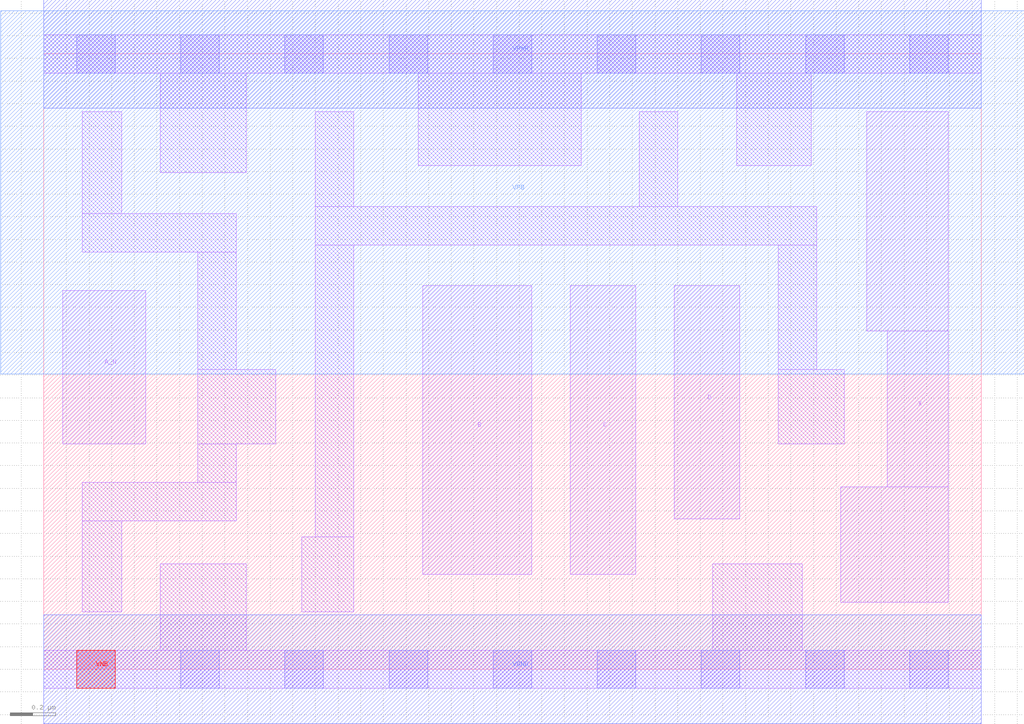
<source format=lef>
# Copyright 2020 The SkyWater PDK Authors
#
# Licensed under the Apache License, Version 2.0 (the "License");
# you may not use this file except in compliance with the License.
# You may obtain a copy of the License at
#
#     https://www.apache.org/licenses/LICENSE-2.0
#
# Unless required by applicable law or agreed to in writing, software
# distributed under the License is distributed on an "AS IS" BASIS,
# WITHOUT WARRANTIES OR CONDITIONS OF ANY KIND, either express or implied.
# See the License for the specific language governing permissions and
# limitations under the License.
#
# SPDX-License-Identifier: Apache-2.0

VERSION 5.7 ;
  NOWIREEXTENSIONATPIN ON ;
  DIVIDERCHAR "/" ;
  BUSBITCHARS "[]" ;
PROPERTYDEFINITIONS
  MACRO maskLayoutSubType STRING ;
  MACRO prCellType STRING ;
  MACRO originalViewName STRING ;
END PROPERTYDEFINITIONS
MACRO sky130_fd_sc_hdll__and4b_1
  CLASS CORE ;
  FOREIGN sky130_fd_sc_hdll__and4b_1 ;
  ORIGIN  0.000000  0.000000 ;
  SIZE  4.140000 BY  2.720000 ;
  SYMMETRY X Y R90 ;
  SITE unithd ;
  PIN A_N
    ANTENNAGATEAREA  0.138600 ;
    DIRECTION INPUT ;
    USE SIGNAL ;
    PORT
      LAYER li1 ;
        RECT 0.085000 0.995000 0.450000 1.675000 ;
    END
  END A_N
  PIN B
    ANTENNAGATEAREA  0.138600 ;
    DIRECTION INPUT ;
    USE SIGNAL ;
    PORT
      LAYER li1 ;
        RECT 1.675000 0.420000 2.155000 1.695000 ;
    END
  END B
  PIN C
    ANTENNAGATEAREA  0.138600 ;
    DIRECTION INPUT ;
    USE SIGNAL ;
    PORT
      LAYER li1 ;
        RECT 2.325000 0.420000 2.615000 1.695000 ;
    END
  END C
  PIN D
    ANTENNAGATEAREA  0.138600 ;
    DIRECTION INPUT ;
    USE SIGNAL ;
    PORT
      LAYER li1 ;
        RECT 2.785000 0.665000 3.075000 1.695000 ;
    END
  END D
  PIN VGND
    ANTENNADIFFAREA  0.342200 ;
    DIRECTION INOUT ;
    USE SIGNAL ;
    PORT
      LAYER met1 ;
        RECT 0.000000 -0.240000 4.140000 0.240000 ;
    END
  END VGND
  PIN VPWR
    ANTENNADIFFAREA  0.711500 ;
    DIRECTION INOUT ;
    USE SIGNAL ;
    PORT
      LAYER met1 ;
        RECT 0.000000 2.480000 4.140000 2.960000 ;
    END
  END VPWR
  PIN X
    ANTENNADIFFAREA  0.439000 ;
    DIRECTION OUTPUT ;
    USE SIGNAL ;
    PORT
      LAYER li1 ;
        RECT 3.520000 0.295000 3.995000 0.805000 ;
        RECT 3.635000 1.495000 3.995000 2.465000 ;
        RECT 3.725000 0.805000 3.995000 1.495000 ;
    END
  END X
  PIN VNB
    DIRECTION INOUT ;
    USE GROUND ;
    PORT
      LAYER pwell ;
        RECT 0.145000 -0.085000 0.315000 0.085000 ;
    END
  END VNB
  PIN VPB
    DIRECTION INOUT ;
    USE POWER ;
    PORT
      LAYER nwell ;
        RECT -0.190000 1.305000 4.330000 2.910000 ;
    END
  END VPB
  OBS
    LAYER li1 ;
      RECT 0.000000 -0.085000 4.140000 0.085000 ;
      RECT 0.000000  2.635000 4.140000 2.805000 ;
      RECT 0.170000  0.255000 0.345000 0.655000 ;
      RECT 0.170000  0.655000 0.850000 0.825000 ;
      RECT 0.170000  1.845000 0.850000 2.015000 ;
      RECT 0.170000  2.015000 0.345000 2.465000 ;
      RECT 0.515000  0.085000 0.895000 0.465000 ;
      RECT 0.515000  2.195000 0.895000 2.635000 ;
      RECT 0.680000  0.825000 0.850000 0.995000 ;
      RECT 0.680000  0.995000 1.025000 1.325000 ;
      RECT 0.680000  1.325000 0.850000 1.845000 ;
      RECT 1.140000  0.255000 1.370000 0.585000 ;
      RECT 1.200000  0.585000 1.370000 1.875000 ;
      RECT 1.200000  1.875000 3.415000 2.045000 ;
      RECT 1.200000  2.045000 1.370000 2.465000 ;
      RECT 1.655000  2.225000 2.375000 2.635000 ;
      RECT 2.630000  2.045000 2.800000 2.465000 ;
      RECT 2.955000  0.085000 3.350000 0.465000 ;
      RECT 3.060000  2.225000 3.390000 2.635000 ;
      RECT 3.245000  0.995000 3.535000 1.325000 ;
      RECT 3.245000  1.325000 3.415000 1.875000 ;
    LAYER mcon ;
      RECT 0.145000 -0.085000 0.315000 0.085000 ;
      RECT 0.145000  2.635000 0.315000 2.805000 ;
      RECT 0.605000 -0.085000 0.775000 0.085000 ;
      RECT 0.605000  2.635000 0.775000 2.805000 ;
      RECT 1.065000 -0.085000 1.235000 0.085000 ;
      RECT 1.065000  2.635000 1.235000 2.805000 ;
      RECT 1.525000 -0.085000 1.695000 0.085000 ;
      RECT 1.525000  2.635000 1.695000 2.805000 ;
      RECT 1.985000 -0.085000 2.155000 0.085000 ;
      RECT 1.985000  2.635000 2.155000 2.805000 ;
      RECT 2.445000 -0.085000 2.615000 0.085000 ;
      RECT 2.445000  2.635000 2.615000 2.805000 ;
      RECT 2.905000 -0.085000 3.075000 0.085000 ;
      RECT 2.905000  2.635000 3.075000 2.805000 ;
      RECT 3.365000 -0.085000 3.535000 0.085000 ;
      RECT 3.365000  2.635000 3.535000 2.805000 ;
      RECT 3.825000 -0.085000 3.995000 0.085000 ;
      RECT 3.825000  2.635000 3.995000 2.805000 ;
  END
  PROPERTY maskLayoutSubType "abstract" ;
  PROPERTY prCellType "standard" ;
  PROPERTY originalViewName "layout" ;
END sky130_fd_sc_hdll__and4b_1
END LIBRARY

</source>
